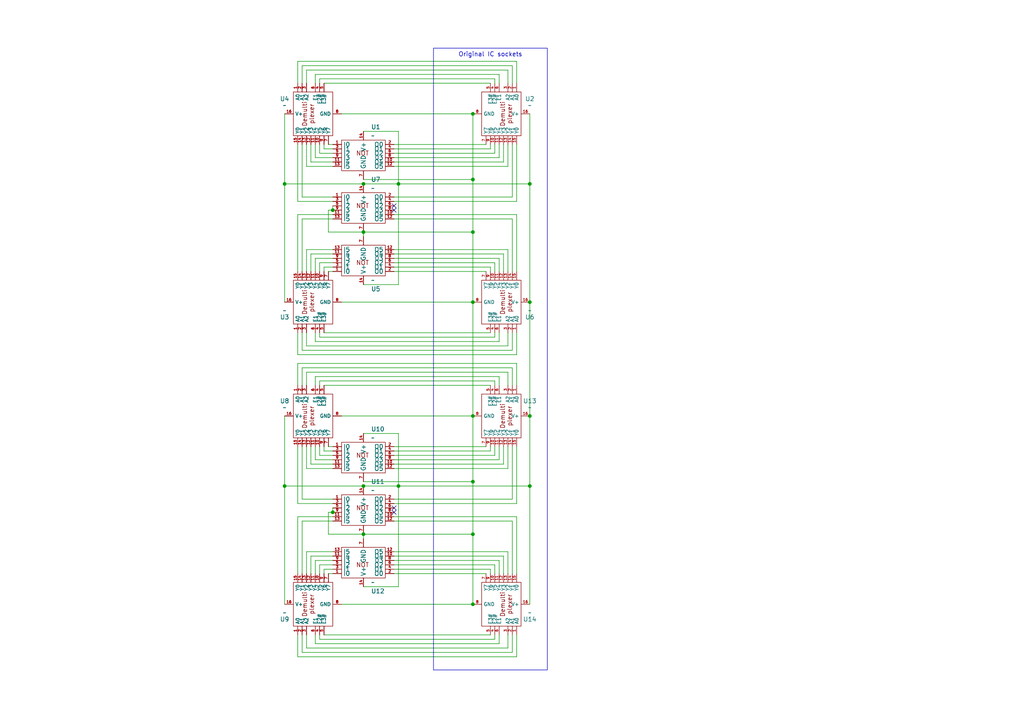
<source format=kicad_sch>
(kicad_sch (version 20231120) (generator "eeschema") (generator_version "8.0")
  (paper "A4")
  (lib_symbols
    (symbol "custom_symbol_lib:3_to_8_demultiplexer"
      (property "Reference" "U" (at 1.27 -1.016 0))
      (symbol "3_to_8_demultiplexer_1_1"
        (rectangle (start -6.35 6.35) (end 6.35 -5.08))
        (text "Demulti\nplexer" (at 0 2.032 0) (effects (font (size 1.27 1.27))))
        (pin input line (at -8.89 5.08 0) (length 2.54) (name "A0") (number "1"))
        (pin output line (at 8.89 -1.27 180) (length 2.54) (name "Y5") (number "10"))
        (pin output line (at 8.89 0 180) (length 2.54) (name "Y4") (number "11"))
        (pin output line (at 8.89 1.27 180) (length 2.54) (name "Y3") (number "12"))
        (pin output line (at 8.89 2.54 180) (length 2.54) (name "Y2") (number "13"))
        (pin output line (at 8.89 3.81 180) (length 2.54) (name "Y1") (number "14"))
        (pin output line (at 8.89 5.08 180) (length 2.54) (name "Y0") (number "15"))
        (pin power_in line (at 0 8.89 270) (length 2.54) (name "V+") (number "16"))
        (pin input line (at -8.89 3.81 0) (length 2.54) (name "A1") (number "2"))
        (pin input line (at -8.89 2.54 0) (length 2.54) (name "A2") (number "3"))
        (pin input line (at -8.89 -1.27 0) (length 2.54) (name "E2#") (number "4"))
        (pin input line (at -8.89 -2.54 0) (length 2.54) (name "E3#") (number "5"))
        (pin input line (at -8.89 0 0) (length 2.54) (name "E1") (number "6"))
        (pin output line (at 8.89 -3.81 180) (length 2.54) (name "Y7") (number "7"))
        (pin power_in line (at 0 -7.62 90) (length 2.54) (name "GND") (number "8"))
        (pin output line (at 8.89 -2.54 180) (length 2.54) (name "Y6") (number "9"))
      )
    )
    (symbol "custom_symbol_lib:6xNOT"
      (property "Reference" "U" (at -2.032 -1.016 0))
      (symbol "6xNOT_0_1"
        (rectangle (start -6.35 5.08) (end 6.35 -3.81))
      )
      (symbol "6xNOT_1_1"
        (text "NOT" (at -0.254 1.27 0) (effects (font (size 1.27 1.27))))
        (pin input line (at -8.89 3.81 0) (length 2.54) (name "I0") (number "1"))
        (pin output line (at 8.89 -1.27 180) (length 2.54) (name "O4") (number "10"))
        (pin input line (at -8.89 -1.27 0) (length 2.54) (name "I4") (number "11"))
        (pin output line (at 8.89 -2.54 180) (length 2.54) (name "O5") (number "12"))
        (pin input line (at -8.89 -2.54 0) (length 2.54) (name "I5") (number "13"))
        (pin power_in line (at 0 7.62 270) (length 2.54) (name "V+") (number "14"))
        (pin output line (at 8.89 3.81 180) (length 2.54) (name "O0") (number "2"))
        (pin input line (at -8.89 2.54 0) (length 2.54) (name "I1") (number "3"))
        (pin output line (at 8.89 2.54 180) (length 2.54) (name "O1") (number "4"))
        (pin input line (at -8.89 1.27 0) (length 2.54) (name "I2") (number "5"))
        (pin output line (at 8.89 1.27 180) (length 2.54) (name "O2") (number "6"))
        (pin power_in line (at 0 -6.35 90) (length 2.54) (name "GND") (number "7"))
        (pin output line (at 8.89 0 180) (length 2.54) (name "03") (number "8"))
        (pin input line (at -8.89 0 0) (length 2.54) (name "I3") (number "9"))
      )
    )
  )
  (junction (at 82.55 140.97))
  (junction (at 153.67 140.97))
  (junction (at 105.41 67.31))
  (junction (at 137.16 120.65))
  (junction (at 137.16 175.26))
  (junction (at 137.16 139.7))
  (junction (at 82.55 53.34))
  (junction (at 137.16 67.31))
  (junction (at 115.57 53.34))
  (junction (at 153.67 87.63))
  (junction (at 153.67 53.34))
  (junction (at 115.57 140.97))
  (junction (at 105.41 140.97))
  (junction (at 137.16 87.63))
  (junction (at 105.41 53.34))
  (junction (at 137.16 52.07))
  (junction (at 153.67 120.65))
  (junction (at 96.52 148.59))
  (junction (at 137.16 154.94))
  (junction (at 96.52 60.96))
  (junction (at 137.16 33.02))
  (junction (at 105.41 154.94))
  (no_connect (at 114.3 148.59))
  (no_connect (at 114.3 147.32))
  (no_connect (at 114.3 60.96))
  (no_connect (at 114.3 59.69))
  (wire (pts (xy 82.55 53.34) (xy 82.55 87.63)))
  (wire (pts (xy 137.16 120.65) (xy 137.16 139.7)))
  (wire (pts (xy 148.59 106.68) (xy 148.59 111.76)))
  (wire (pts (xy 93.98 129.54) (xy 93.98 130.81)))
  (wire (pts (xy 137.16 87.63) (xy 137.16 120.65)))
  (wire (pts (xy 88.9 72.39) (xy 96.52 72.39)))
  (wire (pts (xy 88.9 160.02) (xy 96.52 160.02)))
  (wire (pts (xy 82.55 140.97) (xy 82.55 175.26)))
  (wire (pts (xy 96.52 46.99) (xy 90.17 46.99)))
  (wire (pts (xy 105.41 154.94) (xy 105.41 156.21)))
  (wire (pts (xy 137.16 67.31) (xy 137.16 87.63)))
  (wire (pts (xy 88.9 166.37) (xy 88.9 160.02)))
  (wire (pts (xy 96.52 59.69) (xy 96.52 60.96)))
  (wire (pts (xy 115.57 170.18) (xy 105.41 170.18)))
  (wire (pts (xy 147.32 96.52) (xy 147.32 100.33)))
  (wire (pts (xy 146.05 166.37) (xy 146.05 161.29)))
  (wire (pts (xy 96.52 76.2) (xy 92.71 76.2)))
  (wire (pts (xy 91.44 78.74) (xy 91.44 74.93)))
  (wire (pts (xy 86.36 105.41) (xy 86.36 111.76)))
  (wire (pts (xy 93.98 96.52) (xy 142.24 96.52)))
  (wire (pts (xy 88.9 41.91) (xy 88.9 48.26)))
  (wire (pts (xy 149.86 102.87) (xy 86.36 102.87)))
  (wire (pts (xy 143.51 110.49) (xy 143.51 111.76)))
  (wire (pts (xy 88.9 135.89) (xy 96.52 135.89)))
  (wire (pts (xy 148.59 63.5) (xy 148.59 78.74)))
  (wire (pts (xy 91.44 133.35) (xy 96.52 133.35)))
  (wire (pts (xy 93.98 184.15) (xy 142.24 184.15)))
  (wire (pts (xy 143.51 166.37) (xy 143.51 163.83)))
  (wire (pts (xy 148.59 19.05) (xy 148.59 24.13)))
  (wire (pts (xy 93.98 166.37) (xy 93.98 165.1)))
  (wire (pts (xy 86.36 149.86) (xy 96.52 149.86)))
  (wire (pts (xy 92.71 184.15) (xy 92.71 185.42)))
  (wire (pts (xy 114.3 48.26) (xy 147.32 48.26)))
  (wire (pts (xy 87.63 106.68) (xy 148.59 106.68)))
  (wire (pts (xy 149.86 166.37) (xy 149.86 149.86)))
  (wire (pts (xy 137.16 33.02) (xy 137.16 52.07)))
  (wire (pts (xy 88.9 78.74) (xy 88.9 72.39)))
  (wire (pts (xy 92.71 22.86) (xy 143.51 22.86)))
  (wire (pts (xy 114.3 135.89) (xy 147.32 135.89)))
  (wire (pts (xy 153.67 140.97) (xy 153.67 175.26)))
  (wire (pts (xy 137.16 154.94) (xy 137.16 175.26)))
  (wire (pts (xy 87.63 184.15) (xy 87.63 189.23)))
  (wire (pts (xy 91.44 21.59) (xy 91.44 24.13)))
  (wire (pts (xy 105.41 67.31) (xy 105.41 68.58)))
  (wire (pts (xy 93.98 165.1) (xy 96.52 165.1)))
  (wire (pts (xy 146.05 46.99) (xy 114.3 46.99)))
  (wire (pts (xy 144.78 111.76) (xy 144.78 109.22)))
  (wire (pts (xy 86.36 146.05) (xy 86.36 129.54)))
  (wire (pts (xy 105.41 139.7) (xy 137.16 139.7)))
  (wire (pts (xy 143.51 22.86) (xy 143.51 24.13)))
  (wire (pts (xy 144.78 162.56) (xy 144.78 166.37)))
  (wire (pts (xy 144.78 186.69) (xy 91.44 186.69)))
  (wire (pts (xy 93.98 43.18) (xy 96.52 43.18)))
  (wire (pts (xy 148.59 144.78) (xy 148.59 129.54)))
  (wire (pts (xy 93.98 77.47) (xy 96.52 77.47)))
  (wire (pts (xy 114.3 57.15) (xy 148.59 57.15)))
  (wire (pts (xy 147.32 24.13) (xy 147.32 20.32)))
  (wire (pts (xy 87.63 96.52) (xy 87.63 101.6)))
  (wire (pts (xy 96.52 73.66) (xy 90.17 73.66)))
  (wire (pts (xy 146.05 78.74) (xy 146.05 73.66)))
  (wire (pts (xy 149.86 190.5) (xy 86.36 190.5)))
  (wire (pts (xy 96.52 147.32) (xy 96.52 148.59)))
  (wire (pts (xy 92.71 76.2) (xy 92.71 78.74)))
  (wire (pts (xy 95.25 148.59) (xy 95.25 154.94)))
  (wire (pts (xy 153.67 87.63) (xy 153.67 120.65)))
  (wire (pts (xy 96.52 63.5) (xy 87.63 63.5)))
  (wire (pts (xy 148.59 189.23) (xy 148.59 184.15)))
  (wire (pts (xy 92.71 163.83) (xy 92.71 166.37)))
  (wire (pts (xy 88.9 20.32) (xy 88.9 24.13)))
  (wire (pts (xy 87.63 101.6) (xy 148.59 101.6)))
  (wire (pts (xy 143.51 76.2) (xy 114.3 76.2)))
  (wire (pts (xy 114.3 162.56) (xy 144.78 162.56)))
  (wire (pts (xy 96.52 146.05) (xy 86.36 146.05)))
  (wire (pts (xy 143.51 78.74) (xy 143.51 76.2)))
  (wire (pts (xy 91.44 162.56) (xy 96.52 162.56)))
  (wire (pts (xy 149.86 129.54) (xy 149.86 146.05)))
  (wire (pts (xy 90.17 46.99) (xy 90.17 41.91)))
  (wire (pts (xy 149.86 41.91) (xy 149.86 58.42)))
  (wire (pts (xy 96.52 161.29) (xy 90.17 161.29)))
  (wire (pts (xy 153.67 120.65) (xy 153.67 140.97)))
  (wire (pts (xy 146.05 73.66) (xy 114.3 73.66)))
  (wire (pts (xy 96.52 151.13) (xy 87.63 151.13)))
  (wire (pts (xy 91.44 99.06) (xy 91.44 96.52)))
  (wire (pts (xy 147.32 135.89) (xy 147.32 129.54)))
  (wire (pts (xy 143.51 132.08) (xy 114.3 132.08)))
  (wire (pts (xy 93.98 41.91) (xy 93.98 43.18)))
  (wire (pts (xy 99.06 87.63) (xy 137.16 87.63)))
  (wire (pts (xy 105.41 154.94) (xy 137.16 154.94)))
  (wire (pts (xy 95.25 60.96) (xy 95.25 67.31)))
  (wire (pts (xy 87.63 189.23) (xy 148.59 189.23)))
  (wire (pts (xy 148.59 151.13) (xy 148.59 166.37)))
  (wire (pts (xy 92.71 111.76) (xy 92.71 110.49)))
  (wire (pts (xy 143.51 97.79) (xy 143.51 96.52)))
  (wire (pts (xy 144.78 21.59) (xy 91.44 21.59)))
  (wire (pts (xy 149.86 184.15) (xy 149.86 190.5)))
  (wire (pts (xy 88.9 100.33) (xy 88.9 96.52)))
  (wire (pts (xy 87.63 57.15) (xy 96.52 57.15)))
  (wire (pts (xy 90.17 161.29) (xy 90.17 166.37)))
  (wire (pts (xy 144.78 45.72) (xy 144.78 41.91)))
  (wire (pts (xy 144.78 109.22) (xy 91.44 109.22)))
  (wire (pts (xy 114.3 43.18) (xy 142.24 43.18)))
  (wire (pts (xy 88.9 107.95) (xy 88.9 111.76)))
  (wire (pts (xy 115.57 140.97) (xy 153.67 140.97)))
  (wire (pts (xy 91.44 109.22) (xy 91.44 111.76)))
  (wire (pts (xy 91.44 74.93) (xy 96.52 74.93)))
  (wire (pts (xy 95.25 78.74) (xy 96.52 78.74)))
  (wire (pts (xy 86.36 102.87) (xy 86.36 96.52)))
  (wire (pts (xy 92.71 185.42) (xy 143.51 185.42)))
  (wire (pts (xy 82.55 120.65) (xy 82.55 140.97)))
  (wire (pts (xy 149.86 149.86) (xy 114.3 149.86)))
  (wire (pts (xy 96.52 58.42) (xy 86.36 58.42)))
  (wire (pts (xy 142.24 165.1) (xy 142.24 166.37)))
  (wire (pts (xy 87.63 111.76) (xy 87.63 106.68)))
  (wire (pts (xy 88.9 187.96) (xy 88.9 184.15)))
  (wire (pts (xy 143.51 129.54) (xy 143.51 132.08)))
  (wire (pts (xy 105.41 125.73) (xy 115.57 125.73)))
  (wire (pts (xy 82.55 53.34) (xy 105.41 53.34)))
  (wire (pts (xy 115.57 82.55) (xy 105.41 82.55)))
  (wire (pts (xy 149.86 58.42) (xy 114.3 58.42)))
  (wire (pts (xy 142.24 43.18) (xy 142.24 41.91)))
  (wire (pts (xy 91.44 129.54) (xy 91.44 133.35)))
  (wire (pts (xy 92.71 110.49) (xy 143.51 110.49)))
  (wire (pts (xy 95.25 154.94) (xy 105.41 154.94)))
  (wire (pts (xy 153.67 33.02) (xy 153.67 53.34)))
  (wire (pts (xy 144.78 96.52) (xy 144.78 99.06)))
  (wire (pts (xy 93.98 24.13) (xy 142.24 24.13)))
  (wire (pts (xy 114.3 72.39) (xy 147.32 72.39)))
  (wire (pts (xy 153.67 53.34) (xy 153.67 87.63)))
  (wire (pts (xy 105.41 67.31) (xy 137.16 67.31)))
  (wire (pts (xy 143.51 44.45) (xy 114.3 44.45)))
  (wire (pts (xy 95.25 41.91) (xy 96.52 41.91)))
  (wire (pts (xy 144.78 24.13) (xy 144.78 21.59)))
  (wire (pts (xy 90.17 134.62) (xy 90.17 129.54)))
  (wire (pts (xy 147.32 184.15) (xy 147.32 187.96)))
  (wire (pts (xy 95.25 166.37) (xy 96.52 166.37)))
  (wire (pts (xy 99.06 175.26) (xy 137.16 175.26)))
  (wire (pts (xy 114.3 74.93) (xy 144.78 74.93)))
  (wire (pts (xy 114.3 78.74) (xy 140.97 78.74)))
  (wire (pts (xy 142.24 130.81) (xy 142.24 129.54)))
  (wire (pts (xy 143.51 41.91) (xy 143.51 44.45)))
  (wire (pts (xy 149.86 96.52) (xy 149.86 102.87)))
  (wire (pts (xy 137.16 52.07) (xy 137.16 67.31)))
  (wire (pts (xy 114.3 151.13) (xy 148.59 151.13)))
  (wire (pts (xy 149.86 24.13) (xy 149.86 17.78)))
  (wire (pts (xy 115.57 140.97) (xy 115.57 170.18)))
  (wire (pts (xy 96.52 148.59) (xy 95.25 148.59)))
  (wire (pts (xy 96.52 60.96) (xy 95.25 60.96)))
  (wire (pts (xy 87.63 19.05) (xy 148.59 19.05)))
  (wire (pts (xy 142.24 77.47) (xy 142.24 78.74)))
  (wire (pts (xy 147.32 107.95) (xy 88.9 107.95)))
  (wire (pts (xy 146.05 134.62) (xy 114.3 134.62)))
  (wire (pts (xy 82.55 140.97) (xy 105.41 140.97)))
  (wire (pts (xy 147.32 187.96) (xy 88.9 187.96)))
  (wire (pts (xy 87.63 63.5) (xy 87.63 78.74)))
  (wire (pts (xy 105.41 52.07) (xy 137.16 52.07)))
  (wire (pts (xy 114.3 63.5) (xy 148.59 63.5)))
  (wire (pts (xy 149.86 78.74) (xy 149.86 62.23)))
  (wire (pts (xy 114.3 165.1) (xy 142.24 165.1)))
  (wire (pts (xy 114.3 133.35) (xy 144.78 133.35)))
  (wire (pts (xy 146.05 129.54) (xy 146.05 134.62)))
  (wire (pts (xy 144.78 74.93) (xy 144.78 78.74)))
  (wire (pts (xy 99.06 120.65) (xy 137.16 120.65)))
  (wire (pts (xy 143.51 185.42) (xy 143.51 184.15)))
  (wire (pts (xy 147.32 20.32) (xy 88.9 20.32)))
  (wire (pts (xy 99.06 33.02) (xy 137.16 33.02)))
  (wire (pts (xy 149.86 105.41) (xy 86.36 105.41)))
  (wire (pts (xy 92.71 97.79) (xy 143.51 97.79)))
  (wire (pts (xy 96.52 163.83) (xy 92.71 163.83)))
  (wire (pts (xy 114.3 144.78) (xy 148.59 144.78)))
  (wire (pts (xy 147.32 48.26) (xy 147.32 41.91)))
  (wire (pts (xy 86.36 166.37) (xy 86.36 149.86)))
  (wire (pts (xy 149.86 111.76) (xy 149.86 105.41)))
  (wire (pts (xy 115.57 53.34) (xy 115.57 82.55)))
  (wire (pts (xy 144.78 99.06) (xy 91.44 99.06)))
  (wire (pts (xy 87.63 151.13) (xy 87.63 166.37)))
  (wire (pts (xy 82.55 33.02) (xy 82.55 53.34)))
  (wire (pts (xy 92.71 132.08) (xy 92.71 129.54)))
  (wire (pts (xy 144.78 184.15) (xy 144.78 186.69)))
  (wire (pts (xy 87.63 41.91) (xy 87.63 57.15)))
  (wire (pts (xy 86.36 190.5) (xy 86.36 184.15)))
  (wire (pts (xy 115.57 125.73) (xy 115.57 140.97)))
  (wire (pts (xy 149.86 62.23) (xy 114.3 62.23)))
  (wire (pts (xy 86.36 58.42) (xy 86.36 41.91)))
  (wire (pts (xy 95.25 129.54) (xy 96.52 129.54)))
  (wire (pts (xy 95.25 67.31) (xy 105.41 67.31)))
  (wire (pts (xy 91.44 186.69) (xy 91.44 184.15)))
  (wire (pts (xy 114.3 166.37) (xy 140.97 166.37)))
  (wire (pts (xy 147.32 160.02) (xy 147.32 166.37)))
  (wire (pts (xy 149.86 17.78) (xy 86.36 17.78)))
  (wire (pts (xy 88.9 48.26) (xy 96.52 48.26)))
  (wire (pts (xy 92.71 24.13) (xy 92.71 22.86)))
  (wire (pts (xy 148.59 101.6) (xy 148.59 96.52)))
  (wire (pts (xy 91.44 41.91) (xy 91.44 45.72)))
  (wire (pts (xy 96.52 44.45) (xy 92.71 44.45)))
  (wire (pts (xy 143.51 163.83) (xy 114.3 163.83)))
  (wire (pts (xy 93.98 78.74) (xy 93.98 77.47)))
  (wire (pts (xy 90.17 73.66) (xy 90.17 78.74)))
  (wire (pts (xy 114.3 41.91) (xy 140.97 41.91)))
  (wire (pts (xy 114.3 45.72) (xy 144.78 45.72)))
  (wire (pts (xy 147.32 72.39) (xy 147.32 78.74)))
  (wire (pts (xy 91.44 166.37) (xy 91.44 162.56)))
  (wire (pts (xy 114.3 160.02) (xy 147.32 160.02)))
  (wire (pts (xy 93.98 130.81) (xy 96.52 130.81)))
  (wire (pts (xy 86.36 62.23) (xy 96.52 62.23)))
  (wire (pts (xy 147.32 100.33) (xy 88.9 100.33)))
  (wire (pts (xy 149.86 146.05) (xy 114.3 146.05)))
  (wire (pts (xy 87.63 144.78) (xy 96.52 144.78)))
  (wire (pts (xy 93.98 111.76) (xy 142.24 111.76)))
  (wire (pts (xy 115.57 38.1) (xy 115.57 53.34)))
  (wire (pts (xy 91.44 45.72) (xy 96.52 45.72)))
  (wire (pts (xy 148.59 57.15) (xy 148.59 41.91)))
  (wire (pts (xy 115.57 140.97) (xy 105.41 140.97)))
  (wire (pts (xy 92.71 44.45) (xy 92.71 41.91)))
  (wire (pts (xy 87.63 129.54) (xy 87.63 144.78)))
  (wire (pts (xy 114.3 77.47) (xy 142.24 77.47)))
  (wire (pts (xy 115.57 53.34) (xy 153.67 53.34)))
  (wire (pts (xy 146.05 161.29) (xy 114.3 161.29)))
  (wire (pts (xy 88.9 129.54) (xy 88.9 135.89)))
  (wire (pts (xy 146.05 41.91) (xy 146.05 46.99)))
  (wire (pts (xy 96.52 132.08) (xy 92.71 132.08)))
  (wire (pts (xy 114.3 129.54) (xy 140.97 129.54)))
  (wire (pts (xy 114.3 130.81) (xy 142.24 130.81)))
  (wire (pts (xy 115.57 53.34) (xy 105.41 53.34)))
  (wire (pts (xy 87.63 24.13) (xy 87.63 19.05)))
  (wire (pts (xy 147.32 111.76) (xy 147.32 107.95)))
  (wire (pts (xy 92.71 96.52) (xy 92.71 97.79)))
  (wire (pts (xy 86.36 17.78) (xy 86.36 24.13)))
  (wire (pts (xy 96.52 134.62) (xy 90.17 134.62)))
  (wire (pts (xy 86.36 78.74) (xy 86.36 62.23)))
  (wire (pts (xy 137.16 139.7) (xy 137.16 154.94)))
  (wire (pts (xy 144.78 133.35) (xy 144.78 129.54)))
  (wire (pts (xy 105.41 38.1) (xy 115.57 38.1)))
  (text_box "Original IC sockets" (at 125.73 13.97 0) (size 33.02 180.34) (effects (font (size 1.27 1.27)) (justify top)))
  (symbol (lib_id "custom_symbol_lib:6xNOT") (at 105.41 45.72 0) (unit 1)
    (property "Reference" "U1" (at 107.6041 36.83 0) (effects (justify left)))
    (property "Value" "~" (at 107.6041 39.37 0) (effects (justify left)))
    (property "Footprint" "Package_DIP:DIP-14_W7.62mm" (effects (hide yes)))
    (property "Datasheet" "https://mm.digikey.com/Volume0/opasdata/d220001/medias/docus/889/TC74HC04.pdf" (effects (hide yes)))
  )
  (symbol (lib_id "custom_symbol_lib:3_to_8_demultiplexer") (at 144.78 33.02 270) (unit 1)
    (property "Reference" "U2" (at 153.67 28.6698 90))
    (property "Value" "~" (at 153.67 30.5749 90))
    (property "Footprint" "Package_DIP:DIP-16_W7.62mm" (effects (hide yes)))
    (property "Datasheet" "https://www.jameco.com/Jameco/Products/ProdDS/677003.pdf" (effects (hide yes)))
  )
  (symbol (lib_id "custom_symbol_lib:3_to_8_demultiplexer") (at 91.44 175.26 90) (unit 1)
    (property "Reference" "U9" (at 82.55 179.6102 90))
    (property "Value" "~" (at 82.55 177.7051 90))
    (property "Footprint" "Package_DIP:DIP-16_W7.62mm" (effects (hide yes)))
    (property "Datasheet" "https://www.jameco.com/Jameco/Products/ProdDS/677003.pdf" (effects (hide yes)))
  )
  (symbol (lib_id "custom_symbol_lib:3_to_8_demultiplexer") (at 144.78 120.65 270) (unit 1)
    (property "Reference" "U13" (at 153.67 116.2998 90))
    (property "Value" "~" (at 153.67 118.2049 90))
    (property "Footprint" "Package_DIP:DIP-16_W7.62mm" (effects (hide yes)))
    (property "Datasheet" "https://www.jameco.com/Jameco/Products/ProdDS/677003.pdf" (effects (hide yes)))
  )
  (symbol (lib_id "custom_symbol_lib:3_to_8_demultiplexer") (at 144.78 87.63 270) (mirror x) (unit 1)
    (property "Reference" "U6" (at 153.67 91.9802 90))
    (property "Value" "~" (at 153.67 90.0751 90))
    (property "Footprint" "Package_DIP:DIP-16_W7.62mm" (effects (hide yes)))
    (property "Datasheet" "https://www.jameco.com/Jameco/Products/ProdDS/677003.pdf" (effects (hide yes)))
  )
  (symbol (lib_id "custom_symbol_lib:6xNOT") (at 105.41 162.56 0) (mirror x) (unit 1)
    (property "Reference" "U12" (at 107.6041 171.45 0) (effects (justify left)))
    (property "Value" "~" (at 107.6041 168.91 0) (effects (justify left)))
    (property "Footprint" "Package_DIP:DIP-14_W7.62mm" (effects (hide yes)))
    (property "Datasheet" "https://mm.digikey.com/Volume0/opasdata/d220001/medias/docus/889/TC74HC04.pdf" (effects (hide yes)))
  )
  (symbol (lib_id "custom_symbol_lib:3_to_8_demultiplexer") (at 91.44 120.65 90) (mirror x) (unit 1)
    (property "Reference" "U8" (at 82.55 116.2998 90))
    (property "Value" "~" (at 82.55 118.2049 90))
    (property "Footprint" "Package_DIP:DIP-16_W7.62mm" (effects (hide yes)))
    (property "Datasheet" "https://www.jameco.com/Jameco/Products/ProdDS/677003.pdf" (effects (hide yes)))
  )
  (symbol (lib_id "custom_symbol_lib:3_to_8_demultiplexer") (at 91.44 87.63 90) (unit 1)
    (property "Reference" "U3" (at 82.55 91.9802 90))
    (property "Value" "~" (at 82.55 90.0751 90))
    (property "Footprint" "Package_DIP:DIP-16_W7.62mm" (effects (hide yes)))
    (property "Datasheet" "https://www.jameco.com/Jameco/Products/ProdDS/677003.pdf" (effects (hide yes)))
  )
  (symbol (lib_id "custom_symbol_lib:3_to_8_demultiplexer") (at 91.44 33.02 90) (mirror x) (unit 1)
    (property "Reference" "U4" (at 82.55 28.6698 90))
    (property "Value" "~" (at 82.55 30.5749 90))
    (property "Footprint" "Package_DIP:DIP-16_W7.62mm" (effects (hide yes)))
    (property "Datasheet" "https://www.jameco.com/Jameco/Products/ProdDS/677003.pdf" (effects (hide yes)))
  )
  (symbol (lib_id "custom_symbol_lib:6xNOT") (at 105.41 133.35 0) (unit 1)
    (property "Reference" "U10" (at 107.6041 124.46 0) (effects (justify left)))
    (property "Value" "~" (at 107.6041 127 0) (effects (justify left)))
    (property "Footprint" "Package_DIP:DIP-14_W7.62mm" (effects (hide yes)))
    (property "Datasheet" "https://mm.digikey.com/Volume0/opasdata/d220001/medias/docus/889/TC74HC04.pdf" (effects (hide yes)))
  )
  (symbol (lib_id "custom_symbol_lib:3_to_8_demultiplexer") (at 144.78 175.26 270) (mirror x) (unit 1)
    (property "Reference" "U14" (at 153.67 179.6102 90))
    (property "Value" "~" (at 153.67 177.7051 90))
    (property "Footprint" "Package_DIP:DIP-16_W7.62mm" (effects (hide yes)))
    (property "Datasheet" "https://www.jameco.com/Jameco/Products/ProdDS/677003.pdf" (effects (hide yes)))
  )
  (symbol (lib_id "custom_symbol_lib:6xNOT") (at 105.41 148.59 0) (unit 1)
    (property "Reference" "U11" (at 107.6041 139.7 0) (effects (justify left)))
    (property "Value" "~" (at 107.6041 142.24 0) (effects (justify left)))
    (property "Footprint" "Package_DIP:DIP-14_W7.62mm" (effects (hide yes)))
    (property "Datasheet" "https://mm.digikey.com/Volume0/opasdata/d220001/medias/docus/889/TC74HC04.pdf" (effects (hide yes)))
  )
  (symbol (lib_id "custom_symbol_lib:6xNOT") (at 105.41 60.96 0) (unit 1)
    (property "Reference" "U7" (at 107.6041 52.07 0) (effects (justify left)))
    (property "Value" "~" (at 107.6041 54.61 0) (effects (justify left)))
    (property "Footprint" "Package_DIP:DIP-14_W7.62mm" (effects (hide yes)))
    (property "Datasheet" "https://mm.digikey.com/Volume0/opasdata/d220001/medias/docus/889/TC74HC04.pdf" (effects (hide yes)))
  )
  (symbol (lib_id "custom_symbol_lib:6xNOT") (at 105.41 74.93 0) (mirror x) (unit 1)
    (property "Reference" "U5" (at 107.6041 83.82 0) (effects (justify left)))
    (property "Value" "~" (at 107.6041 81.28 0) (effects (justify left)))
    (property "Footprint" "Package_DIP:DIP-14_W7.62mm" (effects (hide yes)))
    (property "Datasheet" "https://mm.digikey.com/Volume0/opasdata/d220001/medias/docus/889/TC74HC04.pdf" (effects (hide yes)))
  )
)
</source>
